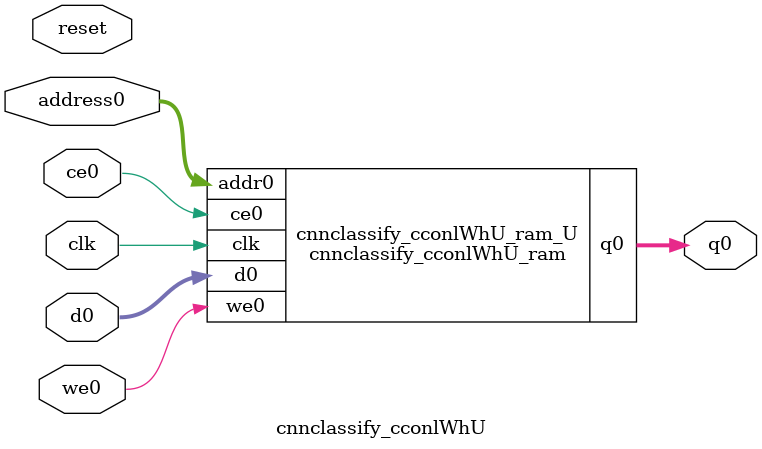
<source format=v>

`timescale 1 ns / 1 ps
module cnnclassify_cconlWhU_ram (addr0, ce0, d0, we0, q0,  clk);

parameter DWIDTH = 32;
parameter AWIDTH = 4;
parameter MEM_SIZE = 10;

input[AWIDTH-1:0] addr0;
input ce0;
input[DWIDTH-1:0] d0;
input we0;
output reg[DWIDTH-1:0] q0;
input clk;

(* ram_style = "distributed" *)reg [DWIDTH-1:0] ram[0:MEM_SIZE-1];




always @(posedge clk)  
begin 
    if (ce0) 
    begin
        if (we0) 
        begin 
            ram[addr0] <= d0; 
            q0 <= d0;
        end 
        else 
            q0 <= ram[addr0];
    end
end


endmodule


`timescale 1 ns / 1 ps
module cnnclassify_cconlWhU(
    reset,
    clk,
    address0,
    ce0,
    we0,
    d0,
    q0);

parameter DataWidth = 32'd32;
parameter AddressRange = 32'd10;
parameter AddressWidth = 32'd4;
input reset;
input clk;
input[AddressWidth - 1:0] address0;
input ce0;
input we0;
input[DataWidth - 1:0] d0;
output[DataWidth - 1:0] q0;



cnnclassify_cconlWhU_ram cnnclassify_cconlWhU_ram_U(
    .clk( clk ),
    .addr0( address0 ),
    .ce0( ce0 ),
    .we0( we0 ),
    .d0( d0 ),
    .q0( q0 ));

endmodule


</source>
